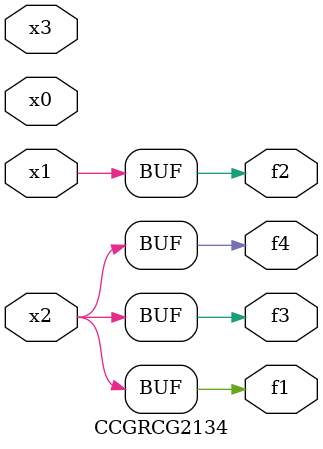
<source format=v>
module CCGRCG2134(
	input x0, x1, x2, x3,
	output f1, f2, f3, f4
);
	assign f1 = x2;
	assign f2 = x1;
	assign f3 = x2;
	assign f4 = x2;
endmodule

</source>
